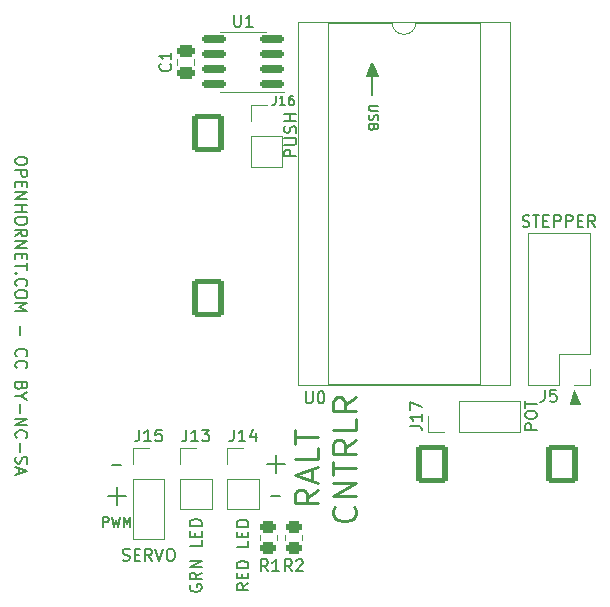
<source format=gbr>
%TF.GenerationSoftware,KiCad,Pcbnew,(6.0.9)*%
%TF.CreationDate,2023-01-21T10:16:39-09:00*%
%TF.ProjectId,CONTROLLER_Radar Altimeter,434f4e54-524f-44c4-9c45-525f52616461,1*%
%TF.SameCoordinates,Original*%
%TF.FileFunction,Legend,Top*%
%TF.FilePolarity,Positive*%
%FSLAX46Y46*%
G04 Gerber Fmt 4.6, Leading zero omitted, Abs format (unit mm)*
G04 Created by KiCad (PCBNEW (6.0.9)) date 2023-01-21 10:16:39*
%MOMM*%
%LPD*%
G01*
G04 APERTURE LIST*
G04 Aperture macros list*
%AMRoundRect*
0 Rectangle with rounded corners*
0 $1 Rounding radius*
0 $2 $3 $4 $5 $6 $7 $8 $9 X,Y pos of 4 corners*
0 Add a 4 corners polygon primitive as box body*
4,1,4,$2,$3,$4,$5,$6,$7,$8,$9,$2,$3,0*
0 Add four circle primitives for the rounded corners*
1,1,$1+$1,$2,$3*
1,1,$1+$1,$4,$5*
1,1,$1+$1,$6,$7*
1,1,$1+$1,$8,$9*
0 Add four rect primitives between the rounded corners*
20,1,$1+$1,$2,$3,$4,$5,0*
20,1,$1+$1,$4,$5,$6,$7,0*
20,1,$1+$1,$6,$7,$8,$9,0*
20,1,$1+$1,$8,$9,$2,$3,0*%
G04 Aperture macros list end*
%ADD10C,0.100000*%
%ADD11C,0.150000*%
%ADD12C,0.250000*%
%ADD13C,0.120000*%
%ADD14RoundRect,0.249999X0.450001X-0.262501X0.450001X0.262501X-0.450001X0.262501X-0.450001X-0.262501X0*%
%ADD15RoundRect,0.249999X-0.450001X0.262501X-0.450001X-0.262501X0.450001X-0.262501X0.450001X0.262501X0*%
%ADD16O,1.700000X1.700000*%
%ADD17R,1.700000X1.700000*%
%ADD18RoundRect,0.250000X0.475000X-0.250000X0.475000X0.250000X-0.475000X0.250000X-0.475000X-0.250000X0*%
%ADD19C,3.000000*%
%ADD20O,2.700000X3.300000*%
%ADD21RoundRect,0.250001X1.099999X1.399999X-1.099999X1.399999X-1.099999X-1.399999X1.099999X-1.399999X0*%
%ADD22RoundRect,0.150000X0.825000X0.150000X-0.825000X0.150000X-0.825000X-0.150000X0.825000X-0.150000X0*%
%ADD23O,1.600000X1.600000*%
%ADD24R,1.600000X1.600000*%
%ADD25C,2.500000*%
G04 APERTURE END LIST*
D10*
G36*
X-56844240Y50049000D02*
G01*
X-57733240Y50049000D01*
X-57352240Y51192000D01*
X-56844240Y50049000D01*
G37*
X-56844240Y50049000D02*
X-57733240Y50049000D01*
X-57352240Y51192000D01*
X-56844240Y50049000D01*
D11*
X-97211050Y39654096D02*
X-97211050Y40454096D01*
X-96906288Y40454096D01*
X-96830098Y40416000D01*
X-96792002Y40377905D01*
X-96753907Y40301715D01*
X-96753907Y40187429D01*
X-96792002Y40111239D01*
X-96830098Y40073143D01*
X-96906288Y40035048D01*
X-97211050Y40035048D01*
X-96487240Y40454096D02*
X-96296764Y39654096D01*
X-96144383Y40225524D01*
X-95992002Y39654096D01*
X-95801526Y40454096D01*
X-95496764Y39654096D02*
X-95496764Y40454096D01*
X-95230098Y39882667D01*
X-94963431Y40454096D01*
X-94963431Y39654096D01*
X-96849145Y42286143D02*
X-95325336Y42286143D01*
X-96087240Y41524239D02*
X-96087240Y43048048D01*
X-96468193Y44897572D02*
X-95706288Y44897572D01*
X-83006193Y42230572D02*
X-82244288Y42230572D01*
X-83387145Y44953143D02*
X-81863336Y44953143D01*
X-82625240Y44191239D02*
X-82625240Y45715048D01*
D10*
G36*
X-74447240Y78669600D02*
G01*
X-74040840Y77856800D01*
X-74802840Y77856800D01*
X-74447240Y78720400D01*
X-74447240Y78669600D01*
G37*
X-74447240Y78669600D02*
X-74040840Y77856800D01*
X-74802840Y77856800D01*
X-74447240Y78720400D01*
X-74447240Y78669600D01*
D11*
X-74447240Y76180400D02*
X-74447240Y78923600D01*
X-73939240Y77806000D02*
X-74447240Y78923600D01*
X-74904440Y77806000D02*
X-73939240Y77806000D01*
X-74447240Y78923600D02*
X-74904440Y77806000D01*
X-73951145Y75307024D02*
X-74598764Y75307024D01*
X-74674955Y75268929D01*
X-74713050Y75230834D01*
X-74751145Y75154643D01*
X-74751145Y75002262D01*
X-74713050Y74926072D01*
X-74674955Y74887977D01*
X-74598764Y74849881D01*
X-73951145Y74849881D01*
X-74713050Y74507024D02*
X-74751145Y74392739D01*
X-74751145Y74202262D01*
X-74713050Y74126072D01*
X-74674955Y74087977D01*
X-74598764Y74049881D01*
X-74522574Y74049881D01*
X-74446383Y74087977D01*
X-74408288Y74126072D01*
X-74370193Y74202262D01*
X-74332098Y74354643D01*
X-74294002Y74430834D01*
X-74255907Y74468929D01*
X-74179717Y74507024D01*
X-74103526Y74507024D01*
X-74027336Y74468929D01*
X-73989240Y74430834D01*
X-73951145Y74354643D01*
X-73951145Y74164167D01*
X-73989240Y74049881D01*
X-74332098Y73440358D02*
X-74370193Y73326072D01*
X-74408288Y73287977D01*
X-74484479Y73249881D01*
X-74598764Y73249881D01*
X-74674955Y73287977D01*
X-74713050Y73326072D01*
X-74751145Y73402262D01*
X-74751145Y73707024D01*
X-73951145Y73707024D01*
X-73951145Y73440358D01*
X-73989240Y73364167D01*
X-74027336Y73326072D01*
X-74103526Y73287977D01*
X-74179717Y73287977D01*
X-74255907Y73326072D01*
X-74294002Y73364167D01*
X-74332098Y73440358D01*
X-74332098Y73707024D01*
X-103667621Y70708667D02*
X-103667621Y70518191D01*
X-103715240Y70422953D01*
X-103810479Y70327715D01*
X-104000955Y70280096D01*
X-104334288Y70280096D01*
X-104524764Y70327715D01*
X-104620002Y70422953D01*
X-104667621Y70518191D01*
X-104667621Y70708667D01*
X-104620002Y70803905D01*
X-104524764Y70899143D01*
X-104334288Y70946762D01*
X-104000955Y70946762D01*
X-103810479Y70899143D01*
X-103715240Y70803905D01*
X-103667621Y70708667D01*
X-104667621Y69851524D02*
X-103667621Y69851524D01*
X-103667621Y69470572D01*
X-103715240Y69375334D01*
X-103762860Y69327715D01*
X-103858098Y69280096D01*
X-104000955Y69280096D01*
X-104096193Y69327715D01*
X-104143812Y69375334D01*
X-104191431Y69470572D01*
X-104191431Y69851524D01*
X-104143812Y68851524D02*
X-104143812Y68518191D01*
X-104667621Y68375334D02*
X-104667621Y68851524D01*
X-103667621Y68851524D01*
X-103667621Y68375334D01*
X-104667621Y67946762D02*
X-103667621Y67946762D01*
X-104667621Y67375334D01*
X-103667621Y67375334D01*
X-104667621Y66899143D02*
X-103667621Y66899143D01*
X-104143812Y66899143D02*
X-104143812Y66327715D01*
X-104667621Y66327715D02*
X-103667621Y66327715D01*
X-103667621Y65661048D02*
X-103667621Y65470572D01*
X-103715240Y65375334D01*
X-103810479Y65280096D01*
X-104000955Y65232477D01*
X-104334288Y65232477D01*
X-104524764Y65280096D01*
X-104620002Y65375334D01*
X-104667621Y65470572D01*
X-104667621Y65661048D01*
X-104620002Y65756286D01*
X-104524764Y65851524D01*
X-104334288Y65899143D01*
X-104000955Y65899143D01*
X-103810479Y65851524D01*
X-103715240Y65756286D01*
X-103667621Y65661048D01*
X-104667621Y64232477D02*
X-104191431Y64565810D01*
X-104667621Y64803905D02*
X-103667621Y64803905D01*
X-103667621Y64422953D01*
X-103715240Y64327715D01*
X-103762860Y64280096D01*
X-103858098Y64232477D01*
X-104000955Y64232477D01*
X-104096193Y64280096D01*
X-104143812Y64327715D01*
X-104191431Y64422953D01*
X-104191431Y64803905D01*
X-104667621Y63803905D02*
X-103667621Y63803905D01*
X-104667621Y63232477D01*
X-103667621Y63232477D01*
X-104143812Y62756286D02*
X-104143812Y62422953D01*
X-104667621Y62280096D02*
X-104667621Y62756286D01*
X-103667621Y62756286D01*
X-103667621Y62280096D01*
X-103667621Y61994381D02*
X-103667621Y61422953D01*
X-104667621Y61708667D02*
X-103667621Y61708667D01*
X-104572383Y61089620D02*
X-104620002Y61042000D01*
X-104667621Y61089620D01*
X-104620002Y61137239D01*
X-104572383Y61089620D01*
X-104667621Y61089620D01*
X-104572383Y60042000D02*
X-104620002Y60089620D01*
X-104667621Y60232477D01*
X-104667621Y60327715D01*
X-104620002Y60470572D01*
X-104524764Y60565810D01*
X-104429526Y60613429D01*
X-104239050Y60661048D01*
X-104096193Y60661048D01*
X-103905717Y60613429D01*
X-103810479Y60565810D01*
X-103715240Y60470572D01*
X-103667621Y60327715D01*
X-103667621Y60232477D01*
X-103715240Y60089620D01*
X-103762860Y60042000D01*
X-103667621Y59422953D02*
X-103667621Y59232477D01*
X-103715240Y59137239D01*
X-103810479Y59042000D01*
X-104000955Y58994381D01*
X-104334288Y58994381D01*
X-104524764Y59042000D01*
X-104620002Y59137239D01*
X-104667621Y59232477D01*
X-104667621Y59422953D01*
X-104620002Y59518191D01*
X-104524764Y59613429D01*
X-104334288Y59661048D01*
X-104000955Y59661048D01*
X-103810479Y59613429D01*
X-103715240Y59518191D01*
X-103667621Y59422953D01*
X-104667621Y58565810D02*
X-103667621Y58565810D01*
X-104381907Y58232477D01*
X-103667621Y57899143D01*
X-104667621Y57899143D01*
X-104286669Y56661048D02*
X-104286669Y55899143D01*
X-104572383Y54089620D02*
X-104620002Y54137239D01*
X-104667621Y54280096D01*
X-104667621Y54375334D01*
X-104620002Y54518191D01*
X-104524764Y54613429D01*
X-104429526Y54661048D01*
X-104239050Y54708667D01*
X-104096193Y54708667D01*
X-103905717Y54661048D01*
X-103810479Y54613429D01*
X-103715240Y54518191D01*
X-103667621Y54375334D01*
X-103667621Y54280096D01*
X-103715240Y54137239D01*
X-103762860Y54089620D01*
X-104572383Y53089620D02*
X-104620002Y53137239D01*
X-104667621Y53280096D01*
X-104667621Y53375334D01*
X-104620002Y53518191D01*
X-104524764Y53613429D01*
X-104429526Y53661048D01*
X-104239050Y53708667D01*
X-104096193Y53708667D01*
X-103905717Y53661048D01*
X-103810479Y53613429D01*
X-103715240Y53518191D01*
X-103667621Y53375334D01*
X-103667621Y53280096D01*
X-103715240Y53137239D01*
X-103762860Y53089620D01*
X-104143812Y51565810D02*
X-104191431Y51422953D01*
X-104239050Y51375334D01*
X-104334288Y51327715D01*
X-104477145Y51327715D01*
X-104572383Y51375334D01*
X-104620002Y51422953D01*
X-104667621Y51518191D01*
X-104667621Y51899143D01*
X-103667621Y51899143D01*
X-103667621Y51565810D01*
X-103715240Y51470572D01*
X-103762860Y51422953D01*
X-103858098Y51375334D01*
X-103953336Y51375334D01*
X-104048574Y51422953D01*
X-104096193Y51470572D01*
X-104143812Y51565810D01*
X-104143812Y51899143D01*
X-104191431Y50708667D02*
X-104667621Y50708667D01*
X-103667621Y51042000D02*
X-104191431Y50708667D01*
X-103667621Y50375334D01*
X-104286669Y50042000D02*
X-104286669Y49280096D01*
X-104667621Y48803905D02*
X-103667621Y48803905D01*
X-104667621Y48232477D01*
X-103667621Y48232477D01*
X-104572383Y47184858D02*
X-104620002Y47232477D01*
X-104667621Y47375334D01*
X-104667621Y47470572D01*
X-104620002Y47613429D01*
X-104524764Y47708667D01*
X-104429526Y47756286D01*
X-104239050Y47803905D01*
X-104096193Y47803905D01*
X-103905717Y47756286D01*
X-103810479Y47708667D01*
X-103715240Y47613429D01*
X-103667621Y47470572D01*
X-103667621Y47375334D01*
X-103715241Y47232477D01*
X-103762860Y47184858D01*
X-104286669Y46756286D02*
X-104286669Y45994381D01*
X-104620002Y45565810D02*
X-104667621Y45422953D01*
X-104667621Y45184858D01*
X-104620002Y45089620D01*
X-104572383Y45042000D01*
X-104477145Y44994381D01*
X-104381907Y44994381D01*
X-104286669Y45042000D01*
X-104239050Y45089620D01*
X-104191431Y45184858D01*
X-104143812Y45375334D01*
X-104096193Y45470572D01*
X-104048574Y45518191D01*
X-103953336Y45565810D01*
X-103858098Y45565810D01*
X-103762860Y45518191D01*
X-103715241Y45470572D01*
X-103667621Y45375334D01*
X-103667621Y45137239D01*
X-103715241Y44994381D01*
X-104381907Y44613429D02*
X-104381907Y44137239D01*
X-104667621Y44708667D02*
X-103667621Y44375334D01*
X-104667621Y44042000D01*
D12*
X-79012479Y42778572D02*
X-79964860Y42111905D01*
X-79012479Y41635715D02*
X-81012479Y41635715D01*
X-81012479Y42397620D01*
X-80917240Y42588096D01*
X-80822002Y42683334D01*
X-80631526Y42778572D01*
X-80345812Y42778572D01*
X-80155336Y42683334D01*
X-80060098Y42588096D01*
X-79964860Y42397620D01*
X-79964860Y41635715D01*
X-79583907Y43540477D02*
X-79583907Y44492858D01*
X-79012479Y43350000D02*
X-81012479Y44016667D01*
X-79012479Y44683334D01*
X-79012479Y46302381D02*
X-79012479Y45350000D01*
X-81012479Y45350000D01*
X-81012479Y46683334D02*
X-81012479Y47826191D01*
X-79012479Y47254762D02*
X-81012479Y47254762D01*
X-75982955Y41350000D02*
X-75887717Y41254762D01*
X-75792479Y40969048D01*
X-75792479Y40778572D01*
X-75887717Y40492858D01*
X-76078193Y40302381D01*
X-76268669Y40207143D01*
X-76649621Y40111905D01*
X-76935336Y40111905D01*
X-77316288Y40207143D01*
X-77506764Y40302381D01*
X-77697240Y40492858D01*
X-77792479Y40778572D01*
X-77792479Y40969048D01*
X-77697240Y41254762D01*
X-77602002Y41350000D01*
X-75792479Y42207143D02*
X-77792479Y42207143D01*
X-75792479Y43350000D01*
X-77792479Y43350000D01*
X-77792479Y44016667D02*
X-77792479Y45159524D01*
X-75792479Y44588096D02*
X-77792479Y44588096D01*
X-75792479Y46969048D02*
X-76744860Y46302381D01*
X-75792479Y45826191D02*
X-77792479Y45826191D01*
X-77792479Y46588096D01*
X-77697240Y46778572D01*
X-77602002Y46873810D01*
X-77411526Y46969048D01*
X-77125812Y46969048D01*
X-76935336Y46873810D01*
X-76840098Y46778572D01*
X-76744860Y46588096D01*
X-76744860Y45826191D01*
X-75792479Y48778572D02*
X-75792479Y47826191D01*
X-77792479Y47826191D01*
X-75792479Y50588096D02*
X-76744860Y49921429D01*
X-75792479Y49445239D02*
X-77792479Y49445239D01*
X-77792479Y50207143D01*
X-77697240Y50397620D01*
X-77602002Y50492858D01*
X-77411526Y50588096D01*
X-77125812Y50588096D01*
X-76935336Y50492858D01*
X-76840098Y50397620D01*
X-76744860Y50207143D01*
X-76744860Y49445239D01*
D11*
%TO.C,R2*%
X-81267907Y35880620D02*
X-81601240Y36356810D01*
X-81839336Y35880620D02*
X-81839336Y36880620D01*
X-81458383Y36880620D01*
X-81363145Y36833000D01*
X-81315526Y36785381D01*
X-81267907Y36690143D01*
X-81267907Y36547286D01*
X-81315526Y36452048D01*
X-81363145Y36404429D01*
X-81458383Y36356810D01*
X-81839336Y36356810D01*
X-80886955Y36785381D02*
X-80839336Y36833000D01*
X-80744098Y36880620D01*
X-80506002Y36880620D01*
X-80410764Y36833000D01*
X-80363145Y36785381D01*
X-80315526Y36690143D01*
X-80315526Y36594905D01*
X-80363145Y36452048D01*
X-80934574Y35880620D01*
X-80315526Y35880620D01*
%TO.C,R1*%
X-83299907Y35880620D02*
X-83633240Y36356810D01*
X-83871336Y35880620D02*
X-83871336Y36880620D01*
X-83490383Y36880620D01*
X-83395145Y36833000D01*
X-83347526Y36785381D01*
X-83299907Y36690143D01*
X-83299907Y36547286D01*
X-83347526Y36452048D01*
X-83395145Y36404429D01*
X-83490383Y36356810D01*
X-83871336Y36356810D01*
X-82347526Y35880620D02*
X-82918955Y35880620D01*
X-82633240Y35880620D02*
X-82633240Y36880620D01*
X-82728479Y36737762D01*
X-82823717Y36642524D01*
X-82918955Y36594905D01*
%TO.C,J17*%
X-71266860Y48190477D02*
X-70552574Y48190477D01*
X-70409717Y48142858D01*
X-70314479Y48047620D01*
X-70266860Y47904762D01*
X-70266860Y47809524D01*
X-70266860Y49190477D02*
X-70266860Y48619048D01*
X-70266860Y48904762D02*
X-71266860Y48904762D01*
X-71124002Y48809524D01*
X-71028764Y48714286D01*
X-70981145Y48619048D01*
X-71266860Y49523810D02*
X-71266860Y50190477D01*
X-70266860Y49761905D01*
X-60526860Y47833334D02*
X-61526860Y47833334D01*
X-61526860Y48214286D01*
X-61479240Y48309524D01*
X-61431621Y48357143D01*
X-61336383Y48404762D01*
X-61193526Y48404762D01*
X-61098288Y48357143D01*
X-61050669Y48309524D01*
X-61003050Y48214286D01*
X-61003050Y47833334D01*
X-61526860Y49023810D02*
X-61526860Y49214286D01*
X-61479240Y49309524D01*
X-61384002Y49404762D01*
X-61193526Y49452381D01*
X-60860193Y49452381D01*
X-60669717Y49404762D01*
X-60574479Y49309524D01*
X-60526860Y49214286D01*
X-60526860Y49023810D01*
X-60574479Y48928572D01*
X-60669717Y48833334D01*
X-60860193Y48785715D01*
X-61193526Y48785715D01*
X-61384002Y48833334D01*
X-61479240Y48928572D01*
X-61526860Y49023810D01*
X-61526860Y49738096D02*
X-61526860Y50309524D01*
X-60526860Y50023810D02*
X-61526860Y50023810D01*
%TO.C,C1*%
X-91568098Y78838334D02*
X-91520479Y78790715D01*
X-91472860Y78647858D01*
X-91472860Y78552620D01*
X-91520479Y78409762D01*
X-91615717Y78314524D01*
X-91710955Y78266905D01*
X-91901431Y78219286D01*
X-92044288Y78219286D01*
X-92234764Y78266905D01*
X-92330002Y78314524D01*
X-92425240Y78409762D01*
X-92472860Y78552620D01*
X-92472860Y78647858D01*
X-92425240Y78790715D01*
X-92377621Y78838334D01*
X-91472860Y79790715D02*
X-91472860Y79219286D01*
X-91472860Y79505000D02*
X-92472860Y79505000D01*
X-92330002Y79409762D01*
X-92234764Y79314524D01*
X-92187145Y79219286D01*
%TO.C,U1*%
X-86151145Y82981620D02*
X-86151145Y82172096D01*
X-86103526Y82076858D01*
X-86055907Y82029239D01*
X-85960669Y81981620D01*
X-85770193Y81981620D01*
X-85674955Y82029239D01*
X-85627336Y82076858D01*
X-85579717Y82172096D01*
X-85579717Y82981620D01*
X-84579717Y81981620D02*
X-85151145Y81981620D01*
X-84865431Y81981620D02*
X-84865431Y82981620D01*
X-84960669Y82838762D01*
X-85055907Y82743524D01*
X-85151145Y82695905D01*
%TO.C,U0*%
X-80085145Y51104620D02*
X-80085145Y50295096D01*
X-80037526Y50199858D01*
X-79989907Y50152239D01*
X-79894669Y50104620D01*
X-79704193Y50104620D01*
X-79608955Y50152239D01*
X-79561336Y50199858D01*
X-79513717Y50295096D01*
X-79513717Y51104620D01*
X-78847050Y51104620D02*
X-78751812Y51104620D01*
X-78656574Y51057000D01*
X-78608955Y51009381D01*
X-78561336Y50914143D01*
X-78513717Y50723667D01*
X-78513717Y50485572D01*
X-78561336Y50295096D01*
X-78608955Y50199858D01*
X-78656574Y50152239D01*
X-78751812Y50104620D01*
X-78847050Y50104620D01*
X-78942288Y50152239D01*
X-78989907Y50199858D01*
X-79037526Y50295096D01*
X-79085145Y50485572D01*
X-79085145Y50723667D01*
X-79037526Y50914143D01*
X-78989907Y51009381D01*
X-78942288Y51057000D01*
X-78847050Y51104620D01*
%TO.C,J16*%
X-82637860Y76141096D02*
X-82637860Y75569667D01*
X-82675955Y75455381D01*
X-82752145Y75379191D01*
X-82866431Y75341096D01*
X-82942621Y75341096D01*
X-81837860Y75341096D02*
X-82295002Y75341096D01*
X-82066431Y75341096D02*
X-82066431Y76141096D01*
X-82142621Y76026810D01*
X-82218812Y75950620D01*
X-82295002Y75912524D01*
X-81152145Y76141096D02*
X-81304526Y76141096D01*
X-81380717Y76103000D01*
X-81418812Y76064905D01*
X-81495002Y75950620D01*
X-81533098Y75798239D01*
X-81533098Y75493477D01*
X-81495002Y75417286D01*
X-81456907Y75379191D01*
X-81380717Y75341096D01*
X-81228336Y75341096D01*
X-81152145Y75379191D01*
X-81114050Y75417286D01*
X-81075955Y75493477D01*
X-81075955Y75683953D01*
X-81114050Y75760143D01*
X-81152145Y75798239D01*
X-81228336Y75836334D01*
X-81380717Y75836334D01*
X-81456907Y75798239D01*
X-81495002Y75760143D01*
X-81533098Y75683953D01*
X-80902860Y70996286D02*
X-81902860Y70996286D01*
X-81902860Y71377239D01*
X-81855240Y71472477D01*
X-81807621Y71520096D01*
X-81712383Y71567715D01*
X-81569526Y71567715D01*
X-81474288Y71520096D01*
X-81426669Y71472477D01*
X-81379050Y71377239D01*
X-81379050Y70996286D01*
X-81902860Y71996286D02*
X-81093336Y71996286D01*
X-80998098Y72043905D01*
X-80950479Y72091524D01*
X-80902860Y72186762D01*
X-80902860Y72377239D01*
X-80950479Y72472477D01*
X-80998098Y72520096D01*
X-81093336Y72567715D01*
X-81902860Y72567715D01*
X-80950479Y72996286D02*
X-80902860Y73139143D01*
X-80902860Y73377239D01*
X-80950479Y73472477D01*
X-80998098Y73520096D01*
X-81093336Y73567715D01*
X-81188574Y73567715D01*
X-81283812Y73520096D01*
X-81331431Y73472477D01*
X-81379050Y73377239D01*
X-81426669Y73186762D01*
X-81474288Y73091524D01*
X-81521907Y73043905D01*
X-81617145Y72996286D01*
X-81712383Y72996286D01*
X-81807621Y73043905D01*
X-81855240Y73091524D01*
X-81902860Y73186762D01*
X-81902860Y73424858D01*
X-81855240Y73567715D01*
X-80902860Y73996286D02*
X-81902860Y73996286D01*
X-81426669Y73996286D02*
X-81426669Y74567715D01*
X-80902860Y74567715D02*
X-81902860Y74567715D01*
%TO.C,J15*%
X-94198764Y47877620D02*
X-94198764Y47163334D01*
X-94246383Y47020477D01*
X-94341621Y46925239D01*
X-94484479Y46877620D01*
X-94579717Y46877620D01*
X-93198764Y46877620D02*
X-93770193Y46877620D01*
X-93484479Y46877620D02*
X-93484479Y47877620D01*
X-93579717Y47734762D01*
X-93674955Y47639524D01*
X-93770193Y47591905D01*
X-92294002Y47877620D02*
X-92770193Y47877620D01*
X-92817812Y47401429D01*
X-92770193Y47449048D01*
X-92674955Y47496667D01*
X-92436860Y47496667D01*
X-92341621Y47449048D01*
X-92294002Y47401429D01*
X-92246383Y47306191D01*
X-92246383Y47068096D01*
X-92294002Y46972858D01*
X-92341621Y46925239D01*
X-92436860Y46877620D01*
X-92674955Y46877620D01*
X-92770193Y46925239D01*
X-92817812Y46972858D01*
X-95579717Y36817239D02*
X-95436860Y36769620D01*
X-95198764Y36769620D01*
X-95103526Y36817239D01*
X-95055907Y36864858D01*
X-95008288Y36960096D01*
X-95008288Y37055334D01*
X-95055907Y37150572D01*
X-95103526Y37198191D01*
X-95198764Y37245810D01*
X-95389240Y37293429D01*
X-95484479Y37341048D01*
X-95532098Y37388667D01*
X-95579717Y37483905D01*
X-95579717Y37579143D01*
X-95532098Y37674381D01*
X-95484479Y37722000D01*
X-95389240Y37769620D01*
X-95151145Y37769620D01*
X-95008288Y37722000D01*
X-94579717Y37293429D02*
X-94246383Y37293429D01*
X-94103526Y36769620D02*
X-94579717Y36769620D01*
X-94579717Y37769620D01*
X-94103526Y37769620D01*
X-93103526Y36769620D02*
X-93436860Y37245810D01*
X-93674955Y36769620D02*
X-93674955Y37769620D01*
X-93294002Y37769620D01*
X-93198764Y37722000D01*
X-93151145Y37674381D01*
X-93103526Y37579143D01*
X-93103526Y37436286D01*
X-93151145Y37341048D01*
X-93198764Y37293429D01*
X-93294002Y37245810D01*
X-93674955Y37245810D01*
X-92817812Y37769620D02*
X-92484479Y36769620D01*
X-92151145Y37769620D01*
X-91627336Y37769620D02*
X-91436860Y37769620D01*
X-91341621Y37722000D01*
X-91246383Y37626762D01*
X-91198764Y37436286D01*
X-91198764Y37102953D01*
X-91246383Y36912477D01*
X-91341621Y36817239D01*
X-91436860Y36769620D01*
X-91627336Y36769620D01*
X-91722574Y36817239D01*
X-91817812Y36912477D01*
X-91865431Y37102953D01*
X-91865431Y37436286D01*
X-91817812Y37626762D01*
X-91722574Y37722000D01*
X-91627336Y37769620D01*
%TO.C,J14*%
X-86198764Y47877620D02*
X-86198764Y47163334D01*
X-86246383Y47020477D01*
X-86341621Y46925239D01*
X-86484479Y46877620D01*
X-86579717Y46877620D01*
X-85198764Y46877620D02*
X-85770193Y46877620D01*
X-85484479Y46877620D02*
X-85484479Y47877620D01*
X-85579717Y47734762D01*
X-85674955Y47639524D01*
X-85770193Y47591905D01*
X-84341621Y47544286D02*
X-84341621Y46877620D01*
X-84579717Y47925239D02*
X-84817812Y47210953D01*
X-84198764Y47210953D01*
X-84936860Y34841048D02*
X-85413050Y34507715D01*
X-84936860Y34269620D02*
X-85936860Y34269620D01*
X-85936860Y34650572D01*
X-85889240Y34745810D01*
X-85841621Y34793429D01*
X-85746383Y34841048D01*
X-85603526Y34841048D01*
X-85508288Y34793429D01*
X-85460669Y34745810D01*
X-85413050Y34650572D01*
X-85413050Y34269620D01*
X-85460669Y35269620D02*
X-85460669Y35602953D01*
X-84936860Y35745810D02*
X-84936860Y35269620D01*
X-85936860Y35269620D01*
X-85936860Y35745810D01*
X-84936860Y36174381D02*
X-85936860Y36174381D01*
X-85936860Y36412477D01*
X-85889240Y36555334D01*
X-85794002Y36650572D01*
X-85698764Y36698191D01*
X-85508288Y36745810D01*
X-85365431Y36745810D01*
X-85174955Y36698191D01*
X-85079717Y36650572D01*
X-84984479Y36555334D01*
X-84936860Y36412477D01*
X-84936860Y36174381D01*
X-84936860Y38412477D02*
X-84936860Y37936286D01*
X-85936860Y37936286D01*
X-85460669Y38745810D02*
X-85460669Y39079143D01*
X-84936860Y39222000D02*
X-84936860Y38745810D01*
X-85936860Y38745810D01*
X-85936860Y39222000D01*
X-84936860Y39650572D02*
X-85936860Y39650572D01*
X-85936860Y39888667D01*
X-85889240Y40031524D01*
X-85794002Y40126762D01*
X-85698764Y40174381D01*
X-85508288Y40222000D01*
X-85365431Y40222000D01*
X-85174955Y40174381D01*
X-85079717Y40126762D01*
X-84984479Y40031524D01*
X-84936860Y39888667D01*
X-84936860Y39650572D01*
%TO.C,J13*%
X-90198764Y47877620D02*
X-90198764Y47163334D01*
X-90246383Y47020477D01*
X-90341621Y46925239D01*
X-90484479Y46877620D01*
X-90579717Y46877620D01*
X-89198764Y46877620D02*
X-89770193Y46877620D01*
X-89484479Y46877620D02*
X-89484479Y47877620D01*
X-89579717Y47734762D01*
X-89674955Y47639524D01*
X-89770193Y47591905D01*
X-88865431Y47877620D02*
X-88246383Y47877620D01*
X-88579717Y47496667D01*
X-88436860Y47496667D01*
X-88341621Y47449048D01*
X-88294002Y47401429D01*
X-88246383Y47306191D01*
X-88246383Y47068096D01*
X-88294002Y46972858D01*
X-88341621Y46925239D01*
X-88436860Y46877620D01*
X-88722574Y46877620D01*
X-88817812Y46925239D01*
X-88865431Y46972858D01*
X-89856240Y34722000D02*
X-89903860Y34626762D01*
X-89903860Y34483905D01*
X-89856240Y34341048D01*
X-89761002Y34245810D01*
X-89665764Y34198191D01*
X-89475288Y34150572D01*
X-89332431Y34150572D01*
X-89141955Y34198191D01*
X-89046717Y34245810D01*
X-88951479Y34341048D01*
X-88903860Y34483905D01*
X-88903860Y34579143D01*
X-88951479Y34722000D01*
X-88999098Y34769620D01*
X-89332431Y34769620D01*
X-89332431Y34579143D01*
X-88903860Y35769620D02*
X-89380050Y35436286D01*
X-88903860Y35198191D02*
X-89903860Y35198191D01*
X-89903860Y35579143D01*
X-89856240Y35674381D01*
X-89808621Y35722000D01*
X-89713383Y35769620D01*
X-89570526Y35769620D01*
X-89475288Y35722000D01*
X-89427669Y35674381D01*
X-89380050Y35579143D01*
X-89380050Y35198191D01*
X-88903860Y36198191D02*
X-89903860Y36198191D01*
X-88903860Y36769620D01*
X-89903860Y36769620D01*
X-88903860Y38483905D02*
X-88903860Y38007715D01*
X-89903860Y38007715D01*
X-89427669Y38817239D02*
X-89427669Y39150572D01*
X-88903860Y39293429D02*
X-88903860Y38817239D01*
X-89903860Y38817239D01*
X-89903860Y39293429D01*
X-88903860Y39722000D02*
X-89903860Y39722000D01*
X-89903860Y39960096D01*
X-89856240Y40102953D01*
X-89761002Y40198191D01*
X-89665764Y40245810D01*
X-89475288Y40293429D01*
X-89332431Y40293429D01*
X-89141955Y40245810D01*
X-89046717Y40198191D01*
X-88951479Y40102953D01*
X-88903860Y39960096D01*
X-88903860Y39722000D01*
%TO.C,J5*%
X-59844574Y51231620D02*
X-59844574Y50517334D01*
X-59892193Y50374477D01*
X-59987431Y50279239D01*
X-60130288Y50231620D01*
X-60225526Y50231620D01*
X-58892193Y51231620D02*
X-59368383Y51231620D01*
X-59416002Y50755429D01*
X-59368383Y50803048D01*
X-59273145Y50850667D01*
X-59035050Y50850667D01*
X-58939812Y50803048D01*
X-58892193Y50755429D01*
X-58844574Y50660191D01*
X-58844574Y50422096D01*
X-58892193Y50326858D01*
X-58939812Y50279239D01*
X-59035050Y50231620D01*
X-59273145Y50231620D01*
X-59368383Y50279239D01*
X-59416002Y50326858D01*
X-61730669Y65085239D02*
X-61587812Y65037620D01*
X-61349717Y65037620D01*
X-61254479Y65085239D01*
X-61206860Y65132858D01*
X-61159240Y65228096D01*
X-61159240Y65323334D01*
X-61206860Y65418572D01*
X-61254479Y65466191D01*
X-61349717Y65513810D01*
X-61540193Y65561429D01*
X-61635431Y65609048D01*
X-61683050Y65656667D01*
X-61730669Y65751905D01*
X-61730669Y65847143D01*
X-61683050Y65942381D01*
X-61635431Y65990000D01*
X-61540193Y66037620D01*
X-61302098Y66037620D01*
X-61159240Y65990000D01*
X-60873526Y66037620D02*
X-60302098Y66037620D01*
X-60587812Y65037620D02*
X-60587812Y66037620D01*
X-59968764Y65561429D02*
X-59635431Y65561429D01*
X-59492574Y65037620D02*
X-59968764Y65037620D01*
X-59968764Y66037620D01*
X-59492574Y66037620D01*
X-59064002Y65037620D02*
X-59064002Y66037620D01*
X-58683050Y66037620D01*
X-58587812Y65990000D01*
X-58540193Y65942381D01*
X-58492574Y65847143D01*
X-58492574Y65704286D01*
X-58540193Y65609048D01*
X-58587812Y65561429D01*
X-58683050Y65513810D01*
X-59064002Y65513810D01*
X-58064002Y65037620D02*
X-58064002Y66037620D01*
X-57683050Y66037620D01*
X-57587812Y65990000D01*
X-57540193Y65942381D01*
X-57492574Y65847143D01*
X-57492574Y65704286D01*
X-57540193Y65609048D01*
X-57587812Y65561429D01*
X-57683050Y65513810D01*
X-58064002Y65513810D01*
X-57064002Y65561429D02*
X-56730669Y65561429D01*
X-56587812Y65037620D02*
X-57064002Y65037620D01*
X-57064002Y66037620D01*
X-56587812Y66037620D01*
X-55587812Y65037620D02*
X-55921145Y65513810D01*
X-56159240Y65037620D02*
X-56159240Y66037620D01*
X-55778288Y66037620D01*
X-55683050Y65990000D01*
X-55635431Y65942381D01*
X-55587812Y65847143D01*
X-55587812Y65704286D01*
X-55635431Y65609048D01*
X-55683050Y65561429D01*
X-55778288Y65513810D01*
X-56159240Y65513810D01*
D13*
%TO.C,R2*%
X-81836240Y38495436D02*
X-81836240Y38949564D01*
X-80366240Y38495436D02*
X-80366240Y38949564D01*
%TO.C,R1*%
X-82525240Y38973064D02*
X-82525240Y38518936D01*
X-83995240Y38973064D02*
X-83995240Y38518936D01*
%TO.C,J17*%
X-61979240Y47670000D02*
X-61979240Y50330000D01*
X-67119240Y47670000D02*
X-61979240Y47670000D01*
X-67119240Y50330000D02*
X-61979240Y50330000D01*
X-67119240Y47670000D02*
X-67119240Y50330000D01*
X-68389240Y47670000D02*
X-69719240Y47670000D01*
X-69719240Y47670000D02*
X-69719240Y49000000D01*
%TO.C,C1*%
X-90980240Y78743748D02*
X-90980240Y79266252D01*
X-89510240Y78743748D02*
X-89510240Y79266252D01*
%TO.C,U1*%
X-85389240Y81560000D02*
X-87339240Y81560000D01*
X-85389240Y81560000D02*
X-83439240Y81560000D01*
X-85389240Y76440000D02*
X-87339240Y76440000D01*
X-85389240Y76440000D02*
X-81939240Y76440000D01*
%TO.C,U0*%
X-72769240Y82330000D02*
G75*
G03*
X-70769240Y82330000I1000000J0D01*
G01*
X-72769240Y82330000D02*
X-78229240Y82330000D01*
X-78229240Y82330000D02*
X-78229240Y51730000D01*
X-78229240Y51730000D02*
X-65309240Y51730000D01*
X-65309240Y51730000D02*
X-65309240Y82330000D01*
X-65309240Y82330000D02*
X-70769240Y82330000D01*
X-80719240Y82390000D02*
X-80719240Y51670000D01*
X-80719240Y51670000D02*
X-62819240Y51670000D01*
X-62819240Y51670000D02*
X-62819240Y82390000D01*
X-62819240Y82390000D02*
X-80719240Y82390000D01*
%TO.C,J16*%
X-84719240Y70130000D02*
X-82059240Y70130000D01*
X-84719240Y72730000D02*
X-84719240Y70130000D01*
X-82059240Y72730000D02*
X-82059240Y70130000D01*
X-84719240Y72730000D02*
X-82059240Y72730000D01*
X-84719240Y74000000D02*
X-84719240Y75330000D01*
X-84719240Y75330000D02*
X-83389240Y75330000D01*
%TO.C,J15*%
X-94719240Y38590000D02*
X-92059240Y38590000D01*
X-94719240Y43730000D02*
X-94719240Y38590000D01*
X-92059240Y43730000D02*
X-92059240Y38590000D01*
X-94719240Y43730000D02*
X-92059240Y43730000D01*
X-94719240Y45000000D02*
X-94719240Y46330000D01*
X-94719240Y46330000D02*
X-93389240Y46330000D01*
%TO.C,J14*%
X-86719240Y41130000D02*
X-84059240Y41130000D01*
X-86719240Y43730000D02*
X-86719240Y41130000D01*
X-84059240Y43730000D02*
X-84059240Y41130000D01*
X-86719240Y43730000D02*
X-84059240Y43730000D01*
X-86719240Y45000000D02*
X-86719240Y46330000D01*
X-86719240Y46330000D02*
X-85389240Y46330000D01*
%TO.C,J13*%
X-90719240Y41130000D02*
X-88059240Y41130000D01*
X-90719240Y43730000D02*
X-90719240Y41130000D01*
X-88059240Y43730000D02*
X-88059240Y41130000D01*
X-90719240Y43730000D02*
X-88059240Y43730000D01*
X-90719240Y45000000D02*
X-90719240Y46330000D01*
X-90719240Y46330000D02*
X-89389240Y46330000D01*
%TO.C,J5*%
X-56059240Y64490000D02*
X-61259240Y64490000D01*
X-56059240Y54270000D02*
X-56059240Y64490000D01*
X-61259240Y51670000D02*
X-61259240Y64490000D01*
X-56059240Y54270000D02*
X-58659240Y54270000D01*
X-58659240Y54270000D02*
X-58659240Y51670000D01*
X-58659240Y51670000D02*
X-61259240Y51670000D01*
X-56059240Y53000000D02*
X-56059240Y51670000D01*
X-56059240Y51670000D02*
X-57389240Y51670000D01*
%TD*%
%LPC*%
D14*
%TO.C,R2*%
X-81101240Y39635000D03*
X-81101240Y37810000D03*
%TD*%
D15*
%TO.C,R1*%
X-83260240Y37833500D03*
X-83260240Y39658500D03*
%TD*%
D16*
%TO.C,J17*%
X-63309240Y49000000D03*
X-65849240Y49000000D03*
D17*
X-68389240Y49000000D03*
%TD*%
D18*
%TO.C,C1*%
X-90245240Y79955000D03*
X-90245240Y78055000D03*
%TD*%
D19*
%TO.C,J2*%
X-101489240Y53960000D03*
X-83689240Y53960000D03*
D20*
X-96789240Y53500000D03*
X-92589240Y53500000D03*
X-88389240Y53500000D03*
X-96789240Y59000000D03*
X-92589240Y59000000D03*
D21*
X-88389240Y59000000D03*
%TD*%
D19*
%TO.C,J1*%
X-101489240Y67960000D03*
X-83689240Y67960000D03*
D20*
X-96789240Y67500000D03*
X-92589240Y67500000D03*
X-88389240Y67500000D03*
X-96789240Y73000000D03*
X-92589240Y73000000D03*
D21*
X-88389240Y73000000D03*
%TD*%
D22*
%TO.C,U1*%
X-87864240Y77095000D03*
X-87864240Y78365000D03*
X-87864240Y79635000D03*
X-87864240Y80905000D03*
X-82914240Y80905000D03*
X-82914240Y79635000D03*
X-82914240Y78365000D03*
X-82914240Y77095000D03*
%TD*%
D23*
%TO.C,U0*%
X-64149240Y81000000D03*
X-79389240Y53060000D03*
X-64149240Y78460000D03*
X-79389240Y55600000D03*
X-64149240Y75920000D03*
X-79389240Y58140000D03*
X-64149240Y73380000D03*
X-79389240Y60680000D03*
X-64149240Y70840000D03*
X-79389240Y63220000D03*
X-64149240Y68300000D03*
X-79389240Y65760000D03*
X-64149240Y65760000D03*
X-79389240Y68300000D03*
X-64149240Y63220000D03*
X-79389240Y70840000D03*
X-64149240Y60680000D03*
X-79389240Y73380000D03*
X-64149240Y58140000D03*
X-79389240Y75920000D03*
X-64149240Y55600000D03*
X-79389240Y78460000D03*
X-64149240Y53060000D03*
D24*
X-79389240Y81000000D03*
%TD*%
D25*
%TO.C,MK3*%
X-59389240Y76000000D03*
%TD*%
%TO.C,MK2*%
X-99389240Y39000000D03*
%TD*%
%TO.C,MK1*%
X-96389240Y80000000D03*
%TD*%
D16*
%TO.C,JP2*%
X-68389240Y56920000D03*
X-68389240Y59460000D03*
D17*
X-68389240Y62000000D03*
%TD*%
D16*
%TO.C,JP1*%
X-74389240Y56920000D03*
X-74389240Y59460000D03*
D17*
X-74389240Y62000000D03*
%TD*%
D16*
%TO.C,J16*%
X-83389240Y71460000D03*
D17*
X-83389240Y74000000D03*
%TD*%
D16*
%TO.C,J15*%
X-93389240Y39920000D03*
X-93389240Y42460000D03*
D17*
X-93389240Y45000000D03*
%TD*%
D16*
%TO.C,J14*%
X-85389240Y42460000D03*
D17*
X-85389240Y45000000D03*
%TD*%
D16*
%TO.C,J13*%
X-89389240Y42460000D03*
D17*
X-89389240Y45000000D03*
%TD*%
D16*
%TO.C,J5*%
X-59929240Y63160000D03*
X-57389240Y63160000D03*
X-59929240Y60620000D03*
X-57389240Y60620000D03*
X-59929240Y58080000D03*
X-57389240Y58080000D03*
X-59929240Y55540000D03*
X-57389240Y55540000D03*
X-59929240Y53000000D03*
D17*
X-57389240Y53000000D03*
%TD*%
D20*
%TO.C,J4*%
X-62589240Y39500000D03*
X-58389240Y39500000D03*
X-62589240Y45000000D03*
D21*
X-58389240Y45000000D03*
%TD*%
D20*
%TO.C,J3*%
X-73589240Y39500000D03*
X-69389240Y39500000D03*
X-73589240Y45000000D03*
D21*
X-69389240Y45000000D03*
%TD*%
M02*

</source>
